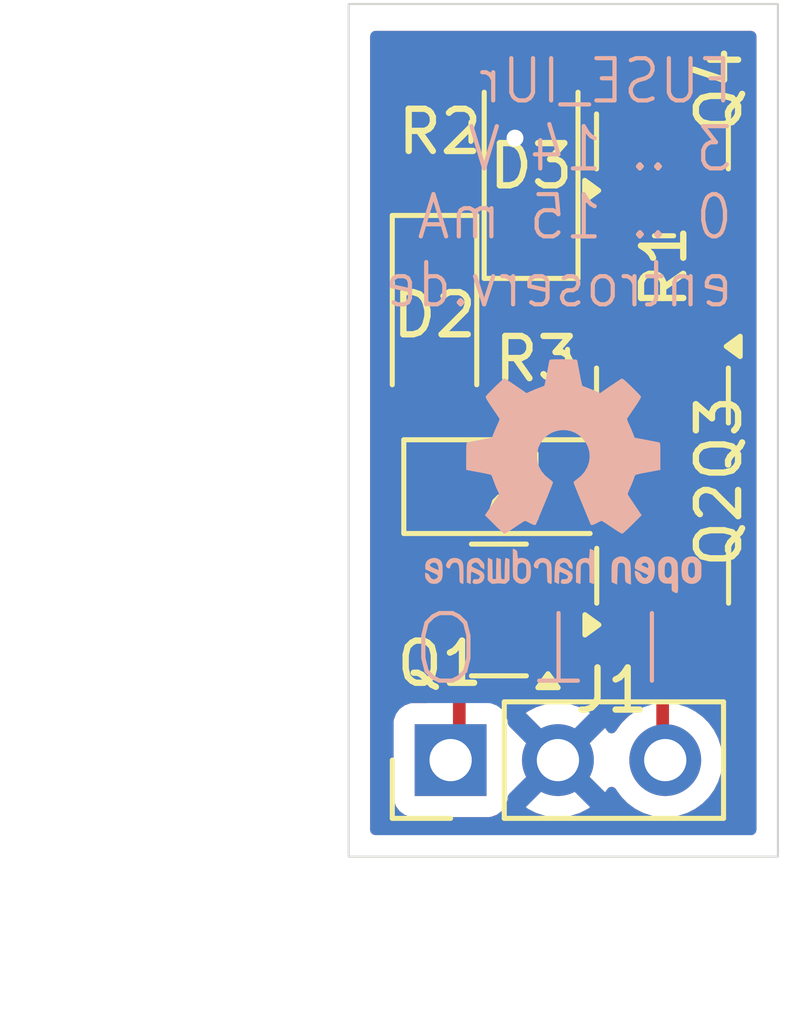
<source format=kicad_pcb>
(kicad_pcb (version 20241229) (generator "pcbnew") (generator_version "9.0")
  (layers (0 "F.Cu" signal) (2 "B.Cu" signal) (13 "F.Paste" user) (15 "B.Paste" user) (5 "F.SilkS" user "F.Silkscreen") (7 "B.SilkS" user "B.Silkscreen") (1 "F.Mask" user) (3 "B.Mask" user) (25 "Edge.Cuts" user))
  (net 0 "")
  (net 1 "Net-(D1-K)")
  (net 2 "Net-(D1-A)")
  (net 3 "Net-(D2-K)")
  (net 4 "Net-(D2-A)")
  (net 5 "Net-(J1-Pin_1)")
  (net 6 "Net-(J1-Pin_3)")
  (net 7 "Net-(Q2-S)")
  (net 8 "GND")
  (footprint "Resistor_SMD:R_0805_2012Metric" (layer "F.Cu") (at 125.857 75.5885 90)
    (property "Reference" "R3" (at 0 0 180) (layer "F.SilkS"))
    (property "Value" "10k")
    (fp_line (start -0.227064 -0.735) (end 0.227064 -0.735) (stroke (width 0.12)) (layer "F.SilkS"))
    (fp_line (start -0.227064 0.735) (end 0.227064 0.735) (stroke (width 0.12)) (layer "F.SilkS"))
    (pad "1" smd roundrect (at -0.9125 0 90) (size 1.025 1.4) (layers "F.Cu" "F.Mask" "F.Paste") (roundrect_rratio 0.243902) (net 1 "Net-(D1-K)"))
    (pad "2" smd roundrect (at 0.9125 0 90) (size 1.025 1.4) (layers "F.Cu" "F.Mask" "F.Paste") (roundrect_rratio 0.243902) (net 4 "Net-(D2-A)"))
  )
  (footprint "Resistor_SMD:R_0805_2012Metric" (layer "F.Cu") (at 123.571 70.2075 90)
    (property "Reference" "R2" (at 0 0 180) (layer "F.SilkS"))
    (property "Value" "10k")
    (fp_line (start -0.227064 -0.735) (end 0.227064 -0.735) (stroke (width 0.12)) (layer "F.SilkS"))
    (fp_line (start -0.227064 0.735) (end 0.227064 0.735) (stroke (width 0.12)) (layer "F.SilkS"))
    (pad "1" smd roundrect (at -0.9125 0 90) (size 1.025 1.4) (layers "F.Cu" "F.Mask" "F.Paste") (roundrect_rratio 0.243902) (net 2 "Net-(D1-A)"))
    (pad "2" smd roundrect (at 0.9125 0 90) (size 1.025 1.4) (layers "F.Cu" "F.Mask" "F.Paste") (roundrect_rratio 0.243902) (net 8 "GND"))
  )
  (footprint "Package_TO_SOT_SMD:SOT-23" (layer "F.Cu") (at 128.839 70.4365 90)
    (property "Reference" "Q4" (at 1.2215 1.336 90) (layer "F.SilkS"))
    (property "Value" "BC857")
    (fp_line (start 0 -1.56) (end 0.65 -1.56) (stroke (width 0.12)) (layer "F.SilkS"))
    (fp_line (start 0 -1.56) (end -0.65 -1.56) (stroke (width 0.12)) (layer "F.SilkS"))
    (fp_line (start 0 1.56) (end 0.65 1.56) (stroke (width 0.12)) (layer "F.SilkS"))
    (fp_line (start 0 1.56) (end -0.65 1.56) (stroke (width 0.12)) (layer "F.SilkS"))
    (fp_poly (pts (xy -1.1625 -1.51) (xy -1.4025 -1.84) (xy -0.9225 -1.84)) (stroke (width 0.12)) (fill yes) (layer "F.SilkS"))
    (pad "1" smd roundrect (at -0.9375 -0.95 90) (size 1.475 0.6) (layers "F.Cu" "F.Mask" "F.Paste") (net 4 "Net-(D2-A)"))
    (pad "2" smd roundrect (at -0.9375 0.95 90) (size 1.475 0.6) (layers "F.Cu" "F.Mask" "F.Paste") (net 7 "Net-(Q2-S)"))
    (pad "3" smd roundrect (at 0.9375 0 90) (size 1.475 0.6) (layers "F.Cu" "F.Mask" "F.Paste") (net 2 "Net-(D1-A)"))
  )
  (footprint "Diode_SMD:D_MiniMELF" (layer "F.Cu") (at 125.377 78.613)
    (property "Reference" "D1" (at 0 0 90) (layer "F.SilkS"))
    (property "Value" "BZV55B18")
    (fp_line (start -2.66 -1.11) (end -2.66 1.11) (stroke (width 0.12)) (layer "F.SilkS"))
    (fp_line (start -2.66 1.11) (end 1.75 1.11) (stroke (width 0.12)) (layer "F.SilkS"))
    (fp_line (start 1.75 -1.11) (end -2.66 -1.11) (stroke (width 0.12)) (layer "F.SilkS"))
    (pad "1" smd roundrect (at -1.75 0) (size 1.3 1.7) (layers "F.Cu" "F.Mask" "F.Paste") (roundrect_rratio 0.1923076923) (net 1 "Net-(D1-K)"))
    (pad "2" smd roundrect (at 1.75 0) (size 1.3 1.7) (layers "F.Cu" "F.Mask" "F.Paste") (roundrect_rratio 0.1923076923) (net 2 "Net-(D1-A)"))
  )
  (footprint "Diode_SMD:D_SOD-123" (layer "F.Cu") (at 123.444 74.55 -90)
    (property "Reference" "D2" (at 0 0 180) (layer "F.SilkS"))
    (property "Value" "1N4148W")
    (fp_line (start -2.36 1) (end 1.65 1) (stroke (width 0.12)) (layer "F.SilkS"))
    (fp_line (start -2.36 -1) (end -2.36 1) (stroke (width 0.12)) (layer "F.SilkS"))
    (fp_line (start -2.36 -1) (end 1.65 -1) (stroke (width 0.12)) (layer "F.SilkS"))
    (pad "1" smd roundrect (at -1.65 0 270) (size 0.9 1.2) (layers "F.Cu" "F.Mask" "F.Paste") (net 3 "Net-(D2-K)"))
    (pad "2" smd roundrect (at 1.65 0 270) (size 0.9 1.2) (layers "F.Cu" "F.Mask" "F.Paste") (net 4 "Net-(D2-A)"))
  )
  (footprint "Connector_PinHeader_2.54mm:PinHeader_1x03_P2.54mm_Vertical" (layer "F.Cu") (at 123.825 85.09 90)
    (property "Reference" "J1" (at 1.651 3.81 180) (layer "F.SilkS"))
    (property "Value" "Conn_01x03_Pin")
    (fp_line (start -1.38 -1.38) (end 0 -1.38) (stroke (width 0.12)) (layer "F.SilkS"))
    (fp_line (start -1.38 0) (end -1.38 -1.38) (stroke (width 0.12)) (layer "F.SilkS"))
    (fp_line (start 1.38 1.27) (end 1.38 6.46) (stroke (width 0.12)) (layer "F.SilkS"))
    (fp_line (start -1.38 1.27) (end 1.38 1.27) (stroke (width 0.12)) (layer "F.SilkS"))
    (fp_line (start -1.38 1.27) (end -1.38 6.46) (stroke (width 0.12)) (layer "F.SilkS"))
    (fp_line (start -1.38 6.46) (end 1.38 6.46) (stroke (width 0.12)) (layer "F.SilkS"))
    (pad "1" thru_hole rect (at 0 0 90) (size 1.7 1.7) (drill 1) (layers "*.Cu" "*.Mask") (net 5 "Net-(J1-Pin_1)"))
    (pad "2" thru_hole circle (at 0 2.54 90) (size 1.7 1.7) (drill 1) (layers "*.Cu" "*.Mask") (net 8 "GND"))
    (pad "3" thru_hole circle (at 0 5.08 90) (size 1.7 1.7) (drill 1) (layers "*.Cu" "*.Mask") (net 6 "Net-(J1-Pin_3)"))
  )
  (footprint "Package_TO_SOT_SMD:SOT-23" (layer "F.Cu") (at 124.968 81.534 180)
    (property "Reference" "Q1" (at 1.397 -1.27 0) (layer "F.SilkS"))
    (property "Value" "BSS138")
    (fp_line (start 0 1.56) (end 0.65 1.56) (stroke (width 0.12)) (layer "F.SilkS"))
    (fp_line (start 0 1.56) (end -0.65 1.56) (stroke (width 0.12)) (layer "F.SilkS"))
    (fp_line (start 0 -1.56) (end 0.65 -1.56) (stroke (width 0.12)) (layer "F.SilkS"))
    (fp_line (start 0 -1.56) (end -0.65 -1.56) (stroke (width 0.12)) (layer "F.SilkS"))
    (fp_poly (pts (xy -1.1625 -1.51) (xy -1.4025 -1.84) (xy -0.9225 -1.84)) (stroke (width 0.12)) (fill yes) (layer "F.SilkS"))
    (pad "1" smd roundrect (at -0.9375 -0.95 180) (size 1.475 0.6) (layers "F.Cu" "F.Mask" "F.Paste") (net 2 "Net-(D1-A)"))
    (pad "2" smd roundrect (at -0.9375 0.95 180) (size 1.475 0.6) (layers "F.Cu" "F.Mask" "F.Paste") (net 1 "Net-(D1-K)"))
    (pad "3" smd roundrect (at 0.9375 0 180) (size 1.475 0.6) (layers "F.Cu" "F.Mask" "F.Paste") (net 5 "Net-(J1-Pin_1)"))
  )
  (footprint "Package_TO_SOT_SMD:SOT-23" (layer "F.Cu") (at 128.839 76.454 -90)
    (property "Reference" "Q3" (at 1.016 -1.336 90) (layer "F.SilkS"))
    (property "Value" "BC857")
    (fp_line (start 0 1.56) (end -0.65 1.56) (stroke (width 0.12)) (layer "F.SilkS"))
    (fp_line (start 0 1.56) (end 0.65 1.56) (stroke (width 0.12)) (layer "F.SilkS"))
    (fp_line (start 0 -1.56) (end -0.65 -1.56) (stroke (width 0.12)) (layer "F.SilkS"))
    (fp_line (start 0 -1.56) (end 0.65 -1.56) (stroke (width 0.12)) (layer "F.SilkS"))
    (fp_poly (pts (xy -1.1625 -1.51) (xy -1.4025 -1.84) (xy -0.9225 -1.84)) (stroke (width 0.12)) (fill yes) (layer "F.SilkS"))
    (pad "1" smd roundrect (at -0.9375 -0.95 270) (size 1.475 0.6) (layers "F.Cu" "F.Mask" "F.Paste") (net 7 "Net-(Q2-S)"))
    (pad "2" smd roundrect (at -0.9375 0.95 270) (size 1.475 0.6) (layers "F.Cu" "F.Mask" "F.Paste") (net 1 "Net-(D1-K)"))
    (pad "3" smd roundrect (at 0.9375 0 270) (size 1.475 0.6) (layers "F.Cu" "F.Mask" "F.Paste") (net 2 "Net-(D1-A)"))
  )
  (footprint "Package_TO_SOT_SMD:SOT-23" (layer "F.Cu") (at 128.844 80.7235 90)
    (property "Reference" "Q2" (at 1.2215 1.331 90) (layer "F.SilkS"))
    (property "Value" "BSS138")
    (fp_line (start 0 -1.56) (end 0.65 -1.56) (stroke (width 0.12)) (layer "F.SilkS"))
    (fp_line (start 0 -1.56) (end -0.65 -1.56) (stroke (width 0.12)) (layer "F.SilkS"))
    (fp_line (start 0 1.56) (end 0.65 1.56) (stroke (width 0.12)) (layer "F.SilkS"))
    (fp_line (start 0 1.56) (end -0.65 1.56) (stroke (width 0.12)) (layer "F.SilkS"))
    (fp_poly (pts (xy -1.1625 -1.51) (xy -1.4025 -1.84) (xy -0.9225 -1.84)) (stroke (width 0.12)) (fill yes) (layer "F.SilkS"))
    (pad "1" smd roundrect (at -0.9375 -0.95 90) (size 1.475 0.6) (layers "F.Cu" "F.Mask" "F.Paste") (net 2 "Net-(D1-A)"))
    (pad "2" smd roundrect (at -0.9375 0.95 90) (size 1.475 0.6) (layers "F.Cu" "F.Mask" "F.Paste") (net 7 "Net-(Q2-S)"))
    (pad "3" smd roundrect (at 0.9375 0 90) (size 1.475 0.6) (layers "F.Cu" "F.Mask" "F.Paste") (net 6 "Net-(J1-Pin_3)"))
  )
  (footprint "Resistor_SMD:R_0805_2012Metric" (layer "F.Cu") (at 128.8765 73.406)
    (property "Reference" "R1" (at 0 0 90) (layer "F.SilkS"))
    (property "Value" "33")
    (fp_line (start -0.227064 -0.735) (end 0.227064 -0.735) (stroke (width 0.12)) (layer "F.SilkS"))
    (fp_line (start -0.227064 0.735) (end 0.227064 0.735) (stroke (width 0.12)) (layer "F.SilkS"))
    (pad "1" smd roundrect (at -0.9125 0) (size 1.025 1.4) (layers "F.Cu" "F.Mask" "F.Paste") (roundrect_rratio 0.243902) (net 1 "Net-(D1-K)"))
    (pad "2" smd roundrect (at 0.9125 0) (size 1.025 1.4) (layers "F.Cu" "F.Mask" "F.Paste") (roundrect_rratio 0.243902) (net 7 "Net-(Q2-S)"))
  )
  (footprint "Diode_SMD:D_MiniMELF" (layer "F.Cu") (at 125.73 71.021 90)
    (property "Reference" "D3" (at 0 0 180) (layer "F.SilkS"))
    (property "Value" "BZV55B15")
    (fp_line (start 1.75 -1.11) (end -2.66 -1.11) (stroke (width 0.12)) (layer "F.SilkS"))
    (fp_line (start -2.66 -1.11) (end -2.66 1.11) (stroke (width 0.12)) (layer "F.SilkS"))
    (fp_line (start -2.66 1.11) (end 1.75 1.11) (stroke (width 0.12)) (layer "F.SilkS"))
    (pad "1" smd roundrect (at -1.75 0 90) (size 1.3 1.7) (layers "F.Cu" "F.Mask" "F.Paste") (roundrect_rratio 0.1923076923) (net 3 "Net-(D2-K)"))
    (pad "2" smd roundrect (at 1.75 0 90) (size 1.3 1.7) (layers "F.Cu" "F.Mask" "F.Paste") (roundrect_rratio 0.1923076923) (net 8 "GND"))
  )
  (footprint "Symbol:OSHW-Logo2_7.3x6mm_SilkScreen" (layer "B.Cu") (at 126.492 78.359 180)
    (property "Reference" "REF**" (hide yes))
    (property "Value" "OSHW-Logo2_7.3x6mm_SilkScreen" (hide yes))
    (fp_poly (pts (xy 2.6526 -1.958752) (xy 2.669948 -1.966334) (xy 2.711356 -1.999128) (xy 2.746765 -2.046547) (xy 2.768664 -2.097151) (xy 2.772229 -2.122098) (xy 2.760279 -2.156927) (xy 2.734067 -2.175357) (xy 2.705964 -2.186516) (xy 2.693095 -2.188572) (xy 2.686829 -2.173649) (xy 2.674456 -2.141175) (xy 2.669028 -2.126502) (xy 2.63859 -2.075744) (xy 2.59452 -2.050427) (xy 2.53801 -2.051206) (xy 2.533825 -2.052203) (xy 2.503655 -2.066507) (xy 2.481476 -2.094393) (xy 2.466327 -2.139287) (xy 2.45725 -2.204615) (xy 2.453286 -2.293804) (xy 2.452914 -2.341261) (xy 2.45273 -2.416071) (xy 2.451522 -2.467069) (xy 2.448309 -2.499471) (xy 2.442109 -2.518495) (xy 2.43194 -2.529356) (xy 2.416819 -2.537272) (xy 2.415946 -2.53767) (xy 2.386828 -2.549981) (xy 2.372403 -2.554514) (xy 2.370186 -2.540809) (xy 2.368289 -2.502925) (xy 2.366847 -2.445715) (xy 2.365998 -2.374027) (xy 2.365829 -2.321565) (xy 2.366692 -2.220047) (xy 2.37007 -2.143032) (xy 2.377142 -2.086023) (xy 2.389088 -2.044526) (xy 2.40709 -2.014043) (xy 2.432327 -1.99008) (xy 2.457247 -1.973355) (xy 2.517171 -1.951097) (xy 2.586911 -1.946076) (xy 2.6526 -1.958752)) (stroke (width 0.01)) (fill yes) (layer "B.SilkS"))
    (fp_poly (pts (xy -1.283907 -1.92778) (xy -1.237328 -1.954723) (xy -1.204943 -1.981466) (xy -1.181258 -2.009484) (xy -1.164941 -2.043748) (xy -1.154661 -2.089227) (xy -1.149086 -2.150892) (xy -1.146884 -2.233711) (xy -1.146629 -2.293246) (xy -1.146629 -2.512391) (xy -1.208314 -2.540044) (xy -1.27 -2.567697) (xy -1.277257 -2.32767) (xy -1.280256 -2.238028) (xy -1.283402 -2.172962) (xy -1.287299 -2.128026) (xy -1.292553 -2.09877) (xy -1.299769 -2.080748) (xy -1.30955 -2.069511) (xy -1.312688 -2.067079) (xy -1.360239 -2.048083) (xy -1.408303 -2.0556) (xy -1.436914 -2.075543) (xy -1.448553 -2.089675) (xy -1.456609 -2.10822) (xy -1.461729 -2.136334) (xy -1.464559 -2.179173) (xy -1.465744 -2.241895) (xy -1.465943 -2.307261) (xy -1.465982 -2.389268) (xy -1.467386 -2.447316) (xy -1.472086 -2.486465) (xy -1.482013 -2.51178) (xy -1.499097 -2.528323) (xy -1.525268 -2.541156) (xy -1.560225 -2.554491) (xy -1.598404 -2.569007) (xy -1.593859 -2.311389) (xy -1.592029 -2.218519) (xy -1.589888 -2.149889) (xy -1.586819 -2.100711) (xy -1.582206 -2.066198) (xy -1.575432 -2.041562) (xy -1.565881 -2.022016) (xy -1.554366 -2.00477) (xy -1.49881 -1.94968) (xy -1.43102 -1.917822) (xy -1.357287 -1.910191) (xy -1.283907 -1.92778)) (stroke (width 0.01)) (fill yes) (layer "B.SilkS"))
    (fp_poly (pts (xy 0.529926 -1.949755) (xy 0.595858 -1.974084) (xy 0.649273 -2.017117) (xy 0.670164 -2.047409) (xy 0.692939 -2.102994) (xy 0.692466 -2.143186) (xy 0.668562 -2.170217) (xy 0.659717 -2.174813) (xy 0.62153 -2.189144) (xy 0.602028 -2.185472) (xy 0.595422 -2.161407) (xy 0.595086 -2.148114) (xy 0.582992 -2.09921) (xy 0.551471 -2.064999) (xy 0.507659 -2.048476) (xy 0.458695 -2.052634) (xy 0.418894 -2.074227) (xy 0.40545 -2.086544) (xy 0.395921 -2.101487) (xy 0.389485 -2.124075) (xy 0.385317 -2.159328) (xy 0.382597 -2.212266) (xy 0.380502 -2.287907) (xy 0.37996 -2.311857) (xy 0.377981 -2.39379) (xy 0.375731 -2.451455) (xy 0.372357 -2.489608) (xy 0.367006 -2.513004) (xy 0.358824 -2.526398) (xy 0.346959 -2.534545) (xy 0.339362 -2.538144) (xy 0.307102 -2.550452) (xy 0.288111 -2.554514) (xy 0.281836 -2.540948) (xy 0.278006 -2.499934) (xy 0.2766 -2.430999) (xy 0.277598 -2.333669) (xy 0.277908 -2.318657) (xy 0.280101 -2.229859) (xy 0.282693 -2.165019) (xy 0.286382 -2.119067) (xy 0.291864 -2.086935) (xy 0.299835 -2.063553) (xy 0.310993 -2.043852) (xy 0.31683 -2.03541) (xy 0.350296 -1.998057) (xy 0.387727 -1.969003) (xy 0.392309 -1.966467) (xy 0.459426 -1.946443) (xy 0.529926 -1.949755)) (stroke (width 0.01)) (fill yes) (layer "B.SilkS"))
    (fp_poly (pts (xy 1.779833 -1.958663) (xy 1.782048 -1.99685) (xy 1.783784 -2.054886) (xy 1.784899 -2.12818) (xy 1.785257 -2.205055) (xy 1.785257 -2.465196) (xy 1.739326 -2.511127) (xy 1.707675 -2.539429) (xy 1.67989 -2.550893) (xy 1.641915 -2.550168) (xy 1.62684 -2.548321) (xy 1.579726 -2.542948) (xy 1.540756 -2.539869) (xy 1.531257 -2.539585) (xy 1.499233 -2.541445) (xy 1.453432 -2.546114) (xy 1.435674 -2.548321) (xy 1.392057 -2.551735) (xy 1.362745 -2.54432) (xy 1.33368 -2.521427) (xy 1.323188 -2.511127) (xy 1.277257 -2.465196) (xy 1.277257 -1.978602) (xy 1.314226 -1.961758) (xy 1.346059 -1.949282) (xy 1.364683 -1.944914) (xy 1.369458 -1.958718) (xy 1.373921 -1.997286) (xy 1.377775 -2.056356) (xy 1.380722 -2.131663) (xy 1.382143 -2.195286) (xy 1.386114 -2.445657) (xy 1.420759 -2.450556) (xy 1.452268 -2.447131) (xy 1.467708 -2.436041) (xy 1.472023 -2.415308) (xy 1.475708 -2.371145) (xy 1.478469 -2.309146) (xy 1.480012 -2.234909) (xy 1.480235 -2.196706) (xy 1.480457 -1.976783) (xy 1.526166 -1.960849) (xy 1.558518 -1.950015) (xy 1.576115 -1.944962) (xy 1.576623 -1.944914) (xy 1.578388 -1.958648) (xy 1.580329 -1.99673) (xy 1.582282 -2.054482) (xy 1.584084 -2.127227) (xy 1.585343 -2.195286) (xy 1.589314 -2.445657) (xy 1.6764 -2.445657) (xy 1.680396 -2.21724) (xy 1.684392 -1.988822) (xy 1.726847 -1.966868) (xy 1.758192 -1.951793) (xy 1.776744 -1.944951) (xy 1.777279 -1.944914) (xy 1.779833 -1.958663)) (stroke (width 0.01)) (fill yes) (layer "B.SilkS"))
    (fp_poly (pts (xy -0.624114 -1.851289) (xy -0.619861 -1.910613) (xy -0.614975 -1.945572) (xy -0.608205 -1.96082) (xy -0.598298 -1.961015) (xy -0.595086 -1.959195) (xy -0.552356 -1.946015) (xy -0.496773 -1.946785) (xy -0.440263 -1.960333) (xy -0.404918 -1.977861) (xy -0.368679 -2.005861) (xy -0.342187 -2.037549) (xy -0.324001 -2.077813) (xy -0.312678 -2.131543) (xy -0.306778 -2.203626) (xy -0.304857 -2.298951) (xy -0.304823 -2.317237) (xy -0.3048 -2.522646) (xy -0.350509 -2.53858) (xy -0.382973 -2.54942) (xy -0.400785 -2.554468) (xy -0.401309 -2.554514) (xy -0.403063 -2.540828) (xy -0.404556 -2.503076) (xy -0.405674 -2.446224) (xy -0.406303 -2.375234) (xy -0.4064 -2.332073) (xy -0.406602 -2.246973) (xy -0.407642 -2.185981) (xy -0.410169 -2.144177) (xy -0.414836 -2.116642) (xy -0.422293 -2.098456) (xy -0.433189 -2.084698) (xy -0.439993 -2.078073) (xy -0.486728 -2.051375) (xy -0.537728 -2.049375) (xy -0.583999 -2.071955) (xy -0.592556 -2.080107) (xy -0.605107 -2.095436) (xy -0.613812 -2.113618) (xy -0.619369 -2.139909) (xy -0.622474 -2.179562) (xy -0.623824 -2.237832) (xy -0.624114 -2.318173) (xy -0.624114 -2.522646) (xy -0.669823 -2.53858) (xy -0.702287 -2.54942) (xy -0.720099 -2.554468) (xy -0.720623 -2.554514) (xy -0.721963 -2.540623) (xy -0.723172 -2.501439) (xy -0.724199 -2.4407) (xy -0.724998 -2.362141) (xy -0.725519 -2.269498) (xy -0.725714 -2.166509) (xy -0.725714 -1.769342) (xy -0.678543 -1.749444) (xy -0.631371 -1.729547) (xy -0.624114 -1.851289)) (stroke (width 0.01)) (fill yes) (layer "B.SilkS"))
    (fp_poly (pts (xy -2.958885 -1.921962) (xy -2.890855 -1.957733) (xy -2.840649 -2.015301) (xy -2.822815 -2.052312) (xy -2.808937 -2.107882) (xy -2.801833 -2.178096) (xy -2.80116 -2.254727) (xy -2.806573 -2.329552) (xy -2.81773 -2.394342) (xy -2.834286 -2.440873) (xy -2.839374 -2.448887) (xy -2.899645 -2.508707) (xy -2.971231 -2.544535) (xy -3.048908 -2.55502) (xy -3.127452 -2.53881) (xy -3.149311 -2.529092) (xy -3.191878 -2.499143) (xy -3.229237 -2.459433) (xy -3.232768 -2.454397) (xy -3.247119 -2.430124) (xy -3.256606 -2.404178) (xy -3.26221 -2.370022) (xy -3.264914 -2.321119) (xy -3.265701 -2.250935) (xy -3.265714 -2.2352) (xy -3.265678 -2.230192) (xy -3.120571 -2.230192) (xy -3.119727 -2.29643) (xy -3.116404 -2.340386) (xy -3.109417 -2.368779) (xy -3.097584 -2.388325) (xy -3.091543 -2.394857) (xy -3.056814 -2.41968) (xy -3.023097 -2.418548) (xy -2.989005 -2.397016) (xy -2.968671 -2.374029) (xy -2.956629 -2.340478) (xy -2.949866 -2.287569) (xy -2.949402 -2.281399) (xy -2.948248 -2.185513) (xy -2.960312 -2.114299) (xy -2.98543 -2.068194) (xy -3.02344 -2.047635) (xy -3.037008 -2.046514) (xy -3.072636 -2.052152) (xy -3.097006 -2.071686) (xy -3.111907 -2.109042) (xy -3.119125 -2.16815) (xy -3.120571 -2.230192) (xy -3.265678 -2.230192) (xy -3.265174 -2.160413) (xy -3.262904 -2.108159) (xy -3.257932 -2.071949) (xy -3.249287 -2.045299) (xy -3.235995 -2.021722) (xy -3.233057 -2.017338) (xy -3.183687 -1.958249) (xy -3.129891 -1.923947) (xy -3.064398 -1.910331) (xy -3.042158 -1.909665) (xy -2.958885 -1.921962)) (stroke (width 0.01)) (fill yes) (layer "B.SilkS"))
    (fp_poly (pts (xy 3.153595 -1.966966) (xy 3.211021 -2.004497) (xy 3.238719 -2.038096) (xy 3.260662 -2.099064) (xy 3.262405 -2.147308) (xy 3.258457 -2.211816) (xy 3.109686 -2.276934) (xy 3.037349 -2.310202) (xy 2.990084 -2.336964) (xy 2.965507 -2.360144) (xy 2.961237 -2.382667) (xy 2.974889 -2.407455) (xy 2.989943 -2.423886) (xy 3.033746 -2.450235) (xy 3.081389 -2.452081) (xy 3.125145 -2.431546) (xy 3.157289 -2.390752) (xy 3.163038 -2.376347) (xy 3.190576 -2.331356) (xy 3.222258 -2.312182) (xy 3.265714 -2.295779) (xy 3.265714 -2.357966) (xy 3.261872 -2.400283) (xy 3.246823 -2.435969) (xy 3.21528 -2.476943) (xy 3.210592 -2.482267) (xy 3.175506 -2.51872) (xy 3.145347 -2.538283) (xy 3.107615 -2.547283) (xy 3.076335 -2.55023) (xy 3.020385 -2.550965) (xy 2.980555 -2.54166) (xy 2.955708 -2.527846) (xy 2.916656 -2.497467) (xy 2.889625 -2.464613) (xy 2.872517 -2.423294) (xy 2.863238 -2.367521) (xy 2.859693 -2.291305) (xy 2.85941 -2.252622) (xy 2.860372 -2.206247) (xy 2.948007 -2.206247) (xy 2.949023 -2.231126) (xy 2.951556 -2.2352) (xy 2.968274 -2.229665) (xy 3.004249 -2.215017) (xy 3.052331 -2.19419) (xy 3.062386 -2.189714) (xy 3.123152 -2.158814) (xy 3.156632 -2.131657) (xy 3.16399 -2.10622) (xy 3.146391 -2.080481) (xy 3.131856 -2.069109) (xy 3.07941 -2.046364) (xy 3.030322 -2.050122) (xy 2.989227 -2.077884) (xy 2.960758 -2.127152) (xy 2.951631 -2.166257) (xy 2.948007 -2.206247) (xy 2.860372 -2.206247) (xy 2.861285 -2.162249) (xy 2.868196 -2.095384) (xy 2.881884 -2.046695) (xy 2.904096 -2.010849) (xy 2.936574 -1.982513) (xy 2.950733 -1.973355) (xy 3.015053 -1.949507) (xy 3.085473 -1.948006) (xy 3.153595 -1.966966)) (stroke (width 0.01)) (fill yes) (layer "B.SilkS"))
    (fp_poly (pts (xy 1.190117 -2.065358) (xy 1.189933 -2.173837) (xy 1.189219 -2.257287) (xy 1.187675 -2.319704) (xy 1.185001 -2.365085) (xy 1.180894 -2.397429) (xy 1.175055 -2.420733) (xy 1.167182 -2.438995) (xy 1.161221 -2.449418) (xy 1.111855 -2.505945) (xy 1.049264 -2.541377) (xy 0.980013 -2.55409) (xy 0.910668 -2.542463) (xy 0.869375 -2.521568) (xy 0.826025 -2.485422) (xy 0.796481 -2.441276) (xy 0.778655 -2.383462) (xy 0.770463 -2.306313) (xy 0.769302 -2.249714) (xy 0.769458 -2.245647) (xy 0.870857 -2.245647) (xy 0.871476 -2.31055) (xy 0.874314 -2.353514) (xy 0.88084 -2.381622) (xy 0.892523 -2.401953) (xy 0.906483 -2.417288) (xy 0.953365 -2.44689) (xy 1.003701 -2.449419) (xy 1.051276 -2.424705) (xy 1.054979 -2.421356) (xy 1.070783 -2.403935) (xy 1.080693 -2.383209) (xy 1.086058 -2.352362) (xy 1.088228 -2.304577) (xy 1.088571 -2.251748) (xy 1.087827 -2.185381) (xy 1.084748 -2.141106) (xy 1.078061 -2.112009) (xy 1.066496 -2.091173) (xy 1.057013 -2.080107) (xy 1.01296 -2.052198) (xy 0.962224 -2.048843) (xy 0.913796 -2.070159) (xy 0.90445 -2.078073) (xy 0.88854 -2.095647) (xy 0.87861 -2.116587) (xy 0.873278 -2.147782) (xy 0.871163 -2.196122) (xy 0.870857 -2.245647) (xy 0.769458 -2.245647) (xy 0.77281 -2.158568) (xy 0.784726 -2.090086) (xy 0.807135 -2.0386) (xy 0.842124 -1.998443) (xy 0.869375 -1.977861) (xy 0.918907 -1.955625) (xy 0.976316 -1.945304) (xy 1.029682 -1.948067) (xy 1.059543 -1.959212) (xy 1.071261 -1.962383) (xy 1.079037 -1.950557) (xy 1.084465 -1.918866) (xy 1.088571 -1.870593) (xy 1.093067 -1.816829) (xy 1.099313 -1.784482) (xy 1.110676 -1.765985) (xy 1.130528 -1.75377) (xy 1.143 -1.748362) (xy 1.190171 -1.728601) (xy 1.190117 -2.065358)) (stroke (width 0.01)) (fill yes) (layer "B.SilkS"))
    (fp_poly (pts (xy -1.831697 -1.931239) (xy -1.774473 -1.969735) (xy -1.730251 -2.025335) (xy -1.703833 -2.096086) (xy -1.69849 -2.148162) (xy -1.699097 -2.169893) (xy -1.704178 -2.186531) (xy -1.718145 -2.201437) (xy -1.745411 -2.217973) (xy -1.790388 -2.239498) (xy -1.857489 -2.269374) (xy -1.857829 -2.269524) (xy -1.919593 -2.297813) (xy -1.970241 -2.322933) (xy -2.004596 -2.342179) (xy -2.017482 -2.352848) (xy -2.017486 -2.352934) (xy -2.006128 -2.376166) (xy -1.979569 -2.401774) (xy -1.949077 -2.420221) (xy -1.93363 -2.423886) (xy -1.891485 -2.411212) (xy -1.855192 -2.379471) (xy -1.837483 -2.344572) (xy -1.820448 -2.318845) (xy -1.787078 -2.289546) (xy -1.747851 -2.264235) (xy -1.713244 -2.250471) (xy -1.706007 -2.249714) (xy -1.697861 -2.26216) (xy -1.69737 -2.293972) (xy -1.703357 -2.336866) (xy -1.714643 -2.382558) (xy -1.73005 -2.422761) (xy -1.730829 -2.424322) (xy -1.777196 -2.489062) (xy -1.837289 -2.533097) (xy -1.905535 -2.554711) (xy -1.976362 -2.552185) (xy -2.044196 -2.523804) (xy -2.047212 -2.521808) (xy -2.100573 -2.473448) (xy -2.13566 -2.410352) (xy -2.155078 -2.327387) (xy -2.157684 -2.304078) (xy -2.162299 -2.194055) (xy -2.156767 -2.142748) (xy -2.017486 -2.142748) (xy -2.015676 -2.174753) (xy -2.005778 -2.184093) (xy -1.981102 -2.177105) (xy -1.942205 -2.160587) (xy -1.898725 -2.139881) (xy -1.897644 -2.139333) (xy -1.860791 -2.119949) (xy -1.846 -2.107013) (xy -1.849647 -2.093451) (xy -1.865005 -2.075632) (xy -1.904077 -2.049845) (xy -1.946154 -2.04795) (xy -1.983897 -2.066717) (xy -2.009966 -2.102915) (xy -2.017486 -2.142748) (xy -2.156767 -2.142748) (xy -2.152806 -2.106027) (xy -2.12845 -2.036212) (xy -2.094544 -1.987302) (xy -2.033347 -1.937878) (xy -1.965937 -1.913359) (xy -1.89712 -1.911797) (xy -1.831697 -1.931239)) (stroke (width 0.01)) (fill yes) (layer "B.SilkS"))
    (fp_poly (pts (xy 0.039744 -1.950968) (xy 0.096616 -1.972087) (xy 0.097267 -1.972493) (xy 0.13244 -1.99838) (xy 0.158407 -2.028633) (xy 0.17667 -2.068058) (xy 0.188732 -2.121462) (xy 0.196096 -2.193651) (xy 0.200264 -2.289432) (xy 0.200629 -2.303078) (xy 0.205876 -2.508842) (xy 0.161716 -2.531678) (xy 0.129763 -2.54711) (xy 0.11047 -2.554423) (xy 0.109578 -2.554514) (xy 0.106239 -2.541022) (xy 0.103587 -2.504626) (xy 0.101956 -2.451452) (xy 0.1016 -2.408393) (xy 0.101592 -2.338641) (xy 0.098403 -2.294837) (xy 0.087288 -2.273944) (xy 0.063501 -2.272925) (xy 0.022296 -2.288741) (xy -0.039914 -2.317815) (xy -0.085659 -2.341963) (xy -0.109187 -2.362913) (xy -0.116104 -2.385747) (xy -0.116114 -2.386877) (xy -0.104701 -2.426212) (xy -0.070908 -2.447462) (xy -0.019191 -2.450539) (xy 0.018061 -2.450006) (xy 0.037703 -2.460735) (xy 0.049952 -2.486505) (xy 0.057002 -2.519337) (xy 0.046842 -2.537966) (xy 0.043017 -2.540632) (xy 0.007001 -2.55134) (xy -0.043434 -2.552856) (xy -0.095374 -2.545759) (xy -0.132178 -2.532788) (xy -0.183062 -2.489585) (xy -0.211986 -2.429446) (xy -0.217714 -2.382462) (xy -0.213343 -2.340082) (xy -0.197525 -2.305488) (xy -0.166203 -2.274763) (xy -0.115322 -2.24399) (xy -0.040824 -2.209252) (xy -0.036286 -2.207288) (xy 0.030821 -2.176287) (xy 0.072232 -2.150862) (xy 0.089981 -2.128014) (xy 0.086107 -2.104745) (xy 0.062643 -2.078056) (xy 0.055627 -2.071914) (xy 0.00863 -2.0481) (xy -0.040067 -2.049103) (xy -0.082478 -2.072451) (xy -0.110616 -2.115675) (xy -0.113231 -2.12416) (xy -0.138692 -2.165308) (xy -0.170999 -2.185128) (xy -0.217714 -2.20477) (xy -0.217714 -2.15395) (xy -0.203504 -2.080082) (xy -0.161325 -2.012327) (xy -0.139376 -1.989661) (xy -0.089483 -1.960569) (xy -0.026033 -1.9474) (xy 0.039744 -1.950968)) (stroke (width 0.01)) (fill yes) (layer "B.SilkS"))
    (fp_poly (pts (xy 2.144876 -1.956335) (xy 2.186667 -1.975344) (xy 2.219469 -1.998378) (xy 2.243503 -2.024133) (xy 2.260097 -2.057358) (xy 2.270577 -2.1028) (xy 2.276271 -2.165207) (xy 2.278507 -2.249327) (xy 2.278743 -2.304721) (xy 2.278743 -2.520826) (xy 2.241774 -2.53767) (xy 2.212656 -2.549981) (xy 2.198231 -2.554514) (xy 2.195472 -2.541025) (xy 2.193282 -2.504653) (xy 2.191942 -2.451542) (xy 2.191657 -2.409372) (xy 2.190434 -2.348447) (xy 2.187136 -2.300115) (xy 2.182321 -2.270518) (xy 2.178496 -2.264229) (xy 2.152783 -2.270652) (xy 2.112418 -2.287125) (xy 2.065679 -2.309458) (xy 2.020845 -2.333457) (xy 1.986193 -2.35493) (xy 1.970002 -2.369685) (xy 1.969938 -2.369845) (xy 1.97133 -2.397152) (xy 1.983818 -2.423219) (xy 2.005743 -2.444392) (xy 2.037743 -2.451474) (xy 2.065092 -2.450649) (xy 2.103826 -2.450042) (xy 2.124158 -2.459116) (xy 2.136369 -2.483092) (xy 2.137909 -2.487613) (xy 2.143203 -2.521806) (xy 2.129047 -2.542568) (xy 2.092148 -2.552462) (xy 2.052289 -2.554292) (xy 1.980562 -2.540727) (xy 1.943432 -2.521355) (xy 1.897576 -2.475845) (xy 1.873256 -2.419983) (xy 1.871073 -2.360957) (xy 1.891629 -2.305953) (xy 1.922549 -2.271486) (xy 1.95342 -2.252189) (xy 2.001942 -2.227759) (xy 2.058485 -2.202985) (xy 2.06791 -2.199199) (xy 2.130019 -2.171791) (xy 2.165822 -2.147634) (xy 2.177337 -2.123619) (xy 2.16658 -2.096635) (xy 2.148114 -2.075543) (xy 2.104469 -2.049572) (xy 2.056446 -2.047624) (xy 2.012406 -2.067637) (xy 1.980709 -2.107551) (xy 1.976549 -2.117848) (xy 1.952327 -2.155724) (xy 1.916965 -2.183842) (xy 1.872343 -2.206917) (xy 1.872343 -2.141485) (xy 1.874969 -2.101506) (xy 1.88623 -2.069997) (xy 1.911199 -2.036378) (xy 1.935169 -2.010484) (xy 1.972441 -1.973817) (xy 2.001401 -1.954121) (xy 2.032505 -1.94622) (xy 2.067713 -1.944914) (xy 2.144876 -1.956335)) (stroke (width 0.01)) (fill yes) (layer "B.SilkS"))
    (fp_poly (pts (xy -2.400256 -1.919918) (xy -2.344799 -1.947568) (xy -2.295852 -1.99848) (xy -2.282371 -2.017338) (xy -2.267686 -2.042015) (xy -2.258158 -2.068816) (xy -2.252707 -2.104587) (xy -2.250253 -2.156169) (xy -2.249714 -2.224267) (xy -2.252148 -2.317588) (xy -2.260606 -2.387657) (xy -2.276826 -2.439931) (xy -2.302546 -2.479869) (xy -2.339503 -2.512929) (xy -2.342218 -2.514886) (xy -2.37864 -2.534908) (xy -2.422498 -2.544815) (xy -2.478276 -2.547257) (xy -2.568952 -2.547257) (xy -2.56899 -2.635283) (xy -2.569834 -2.684308) (xy -2.574976 -2.713065) (xy -2.588413 -2.730311) (xy -2.614142 -2.744808) (xy -2.620321 -2.747769) (xy -2.649236 -2.761648) (xy -2.671624 -2.770414) (xy -2.688271 -2.771171) (xy -2.699964 -2.761023) (xy -2.70749 -2.737073) (xy -2.711634 -2.696426) (xy -2.713185 -2.636186) (xy -2.712929 -2.553455) (xy -2.711651 -2.445339) (xy -2.711252 -2.413) (xy -2.709815 -2.301524) (xy -2.708528 -2.228603) (xy -2.569029 -2.228603) (xy -2.568245 -2.290499) (xy -2.56476 -2.330997) (xy -2.556876 -2.357708) (xy -2.542895 -2.378244) (xy -2.533403 -2.38826) (xy -2.494596 -2.417567) (xy -2.460237 -2.419952) (xy -2.424784 -2.39575) (xy -2.423886 -2.394857) (xy -2.409461 -2.376153) (xy -2.400687 -2.350732) (xy -2.396261 -2.311584) (xy -2.394882 -2.251697) (xy -2.394857 -2.23843) (xy -2.398188 -2.155901) (xy -2.409031 -2.098691) (xy -2.42866 -2.063766) (xy -2.45835 -2.048094) (xy -2.475509 -2.046514) (xy -2.516234 -2.053926) (xy -2.544168 -2.07833) (xy -2.560983 -2.12298) (xy -2.56835 -2.19113) (xy -2.569029 -2.228603) (xy -2.708528 -2.228603) (xy -2.708292 -2.215245) (xy -2.706323 -2.150333) (xy -2.70355 -2.102958) (xy -2.699612 -2.06929) (xy -2.694151 -2.045498) (xy -2.686808 -2.027753) (xy -2.677223 -2.012224) (xy -2.673113 -2.006381) (xy -2.618595 -1.951185) (xy -2.549664 -1.91989) (xy -2.469928 -1.911165) (xy -2.400256 -1.919918)) (stroke (width 0.01)) (fill yes) (layer "B.SilkS"))
    (fp_poly (pts (xy 0.10391 2.757652) (xy 0.182454 2.757222) (xy 0.239298 2.756058) (xy 0.278105 2.753793) (xy 0.302538 2.75006) (xy 0.316262 2.744494) (xy 0.32294 2.736727) (xy 0.326236 2.726395) (xy 0.326556 2.725057) (xy 0.331562 2.700921) (xy 0.340829 2.653299) (xy 0.353392 2.587259) (xy 0.368287 2.507872) (xy 0.384551 2.420204) (xy 0.385119 2.417125) (xy 0.40141 2.331211) (xy 0.416652 2.255304) (xy 0.429861 2.193955) (xy 0.440054 2.151718) (xy 0.446248 2.133145) (xy 0.446543 2.132816) (xy 0.464788 2.123747) (xy 0.502405 2.108633) (xy 0.551271 2.090738) (xy 0.551543 2.090642) (xy 0.613093 2.067507) (xy 0.685657 2.038035) (xy 0.754057 2.008403) (xy 0.757294 2.006938) (xy 0.868702 1.956374) (xy 1.115399 2.12484) (xy 1.191077 2.176197) (xy 1.259631 2.222111) (xy 1.317088 2.25997) (xy 1.359476 2.287163) (xy 1.382825 2.301079) (xy 1.385042 2.302111) (xy 1.40201 2.297516) (xy 1.433701 2.275345) (xy 1.481352 2.234553) (xy 1.546198 2.174095) (xy 1.612397 2.109773) (xy 1.676214 2.046388) (xy 1.733329 1.988549) (xy 1.780305 1.939825) (xy 1.813703 1.90379) (xy 1.830085 1.884016) (xy 1.830694 1.882998) (xy 1.832505 1.869428) (xy 1.825683 1.847267) (xy 1.80854 1.813522) (xy 1.779393 1.7652) (xy 1.736555 1.699308) (xy 1.679448 1.614483) (xy 1.628766 1.539823) (xy 1.583461 1.47286) (xy 1.54615 1.417484) (xy 1.519452 1.37758) (xy 1.505985 1.357038) (xy 1.505137 1.355644) (xy 1.506781 1.335962) (xy 1.519245 1.297707) (xy 1.540048 1.248111) (xy 1.547462 1.232272) (xy 1.579814 1.16171) (xy 1.614328 1.081647) (xy 1.642365 1.012371) (xy 1.662568 0.960955) (xy 1.678615 0.921881) (xy 1.687888 0.901459) (xy 1.689041 0.899886) (xy 1.706096 0.897279) (xy 1.746298 0.890137) (xy 1.804302 0.879477) (xy 1.874763 0.866315) (xy 1.952335 0.851667) (xy 2.031672 0.836551) (xy 2.107431 0.821982) (xy 2.174264 0.808978) (xy 2.226828 0.798555) (xy 2.259776 0.79173) (xy 2.267857 0.789801) (xy 2.276205 0.785038) (xy 2.282506 0.774282) (xy 2.287045 0.753902) (xy 2.290104 0.720266) (xy 2.291967 0.669745) (xy 2.292918 0.598708) (xy 2.29324 0.503524) (xy 2.293257 0.464508) (xy 2.293257 0.147201) (xy 2.217057 0.132161) (xy 2.174663 0.124005) (xy 2.1114 0.112101) (xy 2.034962 0.097884) (xy 1.953043 0.08279) (xy 1.9304 0.078645) (xy 1.854806 0.063947) (xy 1.788953 0.049495) (xy 1.738366 0.036625) (xy 1.708574 0.026678) (xy 1.703612 0.023713) (xy 1.691426 0.002717) (xy 1.673953 -0.037967) (xy 1.654577 -0.090322) (xy 1.650734 -0.1016) (xy 1.625339 -0.171523) (xy 1.593817 -0.250418) (xy 1.562969 -0.321266) (xy 1.562817 -0.321595) (xy 1.511447 -0.432733) (xy 1.680399 -0.681253) (xy 1.849352 -0.929772) (xy 1.632429 -1.147058) (xy 1.566819 -1.211726) (xy 1.506979 -1.268733) (xy 1.456267 -1.315033) (xy 1.418046 -1.347584) (xy 1.395675 -1.363343) (xy 1.392466 -1.364343) (xy 1.373626 -1.356469) (xy 1.33518 -1.334578) (xy 1.28133 -1.301267) (xy 1.216276 -1.259131) (xy 1.14594 -1.211943) (xy 1.074555 -1.16381) (xy 1.010908 -1.121928) (xy 0.959041 -1.088871) (xy 0.922995 -1.067218) (xy 0.906867 -1.059543) (xy 0.887189 -1.066037) (xy 0.849875 -1.08315) (xy 0.802621 -1.107326) (xy 0.797612 -1.110013) (xy 0.733977 -1.141927) (xy 0.690341 -1.157579) (xy 0.663202 -1.157745) (xy 0.649057 -1.143204) (xy 0.648975 -1.143) (xy 0.641905 -1.125779) (xy 0.625042 -1.084899) (xy 0.599695 -1.023525) (xy 0.567171 -0.944819) (xy 0.528778 -0.851947) (xy 0.485822 -0.748072) (xy 0.444222 -0.647502) (xy 0.398504 -0.536516) (xy 0.356526 -0.433703) (xy 0.319548 -0.342215) (xy 0.288827 -0.265201) (xy 0.265622 -0.205815) (xy 0.25119 -0.167209) (xy 0.246743 -0.1528) (xy 0.257896 -0.136272) (xy 0.287069 -0.10993) (xy 0.325971 -0.080887) (xy 0.436757 0.010961) (xy 0.523351 0.116241) (xy 0.584716 0.232734) (xy 0.619815 0.358224) (xy 0.627608 0.490493) (xy 0.621943 0.551543) (xy 0.591078 0.678205) (xy 0.53792 0.790059) (xy 0.465767 0.885999) (xy 0.377917 0.964924) (xy 0.277665 1.02573) (xy 0.16831 1.067313) (xy 0.053147 1.088572) (xy -0.064525 1.088401) (xy -0.18141 1.065699) (xy -0.294211 1.019362) (xy -0.399631 0.948287) (xy -0.443632 0.908089) (xy -0.528021 0.804871) (xy -0.586778 0.692075) (xy -0.620296 0.57299) (xy -0.628965 0.450905) (xy -0.613177 0.329107) (xy -0.573322 0.210884) (xy -0.509793 0.099525) (xy -0.422979 -0.001684) (xy -0.325971 -0.080887) (xy -0.285563 -0.111162) (xy -0.257018 -0.137219) (xy -0.246743 -0.152825) (xy -0.252123 -0.169843) (xy -0.267425 -0.2105) (xy -0.291388 -0.271642) (xy -0.322756 -0.350119) (xy -0.360268 -0.44278) (xy -0.402667 -0.546472) (xy -0.444337 -0.647526) (xy -0.49031 -0.758607) (xy -0.532893 -0.861541) (xy -0.570779 -0.953165) (xy -0.60266 -1.030316) (xy -0.627229 -1.089831) (xy -0.64318 -1.128544) (xy -0.64909 -1.143) (xy -0.663052 -1.157685) (xy -0.69006 -1.157642) (xy -0.733587 -1.142099) (xy -0.79711 -1.110284) (xy -0.797612 -1.110013) (xy -0.84544 -1.085323) (xy -0.884103 -1.067338) (xy -0.905905 -1.059614) (xy -0.906867 -1.059543) (xy -0.923279 -1.067378) (xy -0.959513 -1.089165) (xy -1.011526 -1.122328) (xy -1.075275 -1.164291) (xy -1.14594 -1.211943) (xy -1.217884 -1.260191) (xy -1.282726 -1.302151) (xy -1.336265 -1.335227) (xy -1.374303 -1.356821) (xy -1.392467 -1.364343) (xy -1.409192 -1.354457) (xy -1.44282 -1.326826) (xy -1.48999 -1.284495) (xy -1.547342 -1.230505) (xy -1.611516 -1.167899) (xy -1.632503 -1.146983) (xy -1.849501 -0.929623) (xy -1.684332 -0.68722) (xy -1.634136 -0.612781) (xy -1.590081 -0.545972) (xy -1.554638 -0.490665) (xy -1.530281 -0.450729) (xy -1.519478 -0.430036) (xy -1.519162 -0.428563) (xy -1.524857 -0.409058) (xy -1.540174 -0.369822) (xy -1.562463 -0.31743) (xy -1.578107 -0.282355) (xy -1.607359 -0.215201) (xy -1.634906 -0.147358) (xy -1.656263 -0.090034) (xy -1.662065 -0.072572) (xy -1.678548 -0.025938) (xy -1.69466 0.010095) (xy -1.70351 0.023713) (xy -1.72304 0.032048) (xy -1.765666 0.043863) (xy -1.825855 0.057819) (xy -1.898078 0.072578) (xy -1.9304 0.078645) (xy -2.012478 0.093727) (xy -2.091205 0.108331) (xy -2.158891 0.12102) (xy -2.20784 0.130358) (xy -2.217057 0.132161) (xy -2.293257 0.147201) (xy -2.293257 0.464508) (xy -2.293086 0.568846) (xy -2.292384 0.647787) (xy -2.290866 0.704962) (xy -2.288251 0.744001) (xy -2.284254 0.768535) (xy -2.278591 0.782195) (xy -2.27098 0.788611) (xy -2.267857 0.789801) (xy -2.249022 0.79402) (xy -2.207412 0.802438) (xy -2.14837 0.814039) (xy -2.077243 0.827805) (xy -1.999375 0.84272) (xy -1.920113 0.857768) (xy -1.844802 0.871931) (xy -1.778787 0.884194) (xy -1.727413 0.893539) (xy -1.696025 0.89895) (xy -1.689041 0.899886) (xy -1.682715 0.912404) (xy -1.66871 0.945754) (xy -1.649645 0.993623) (xy -1.642366 1.012371) (xy -1.613004 1.084805) (xy -1.578429 1.16483) (xy -1.547463 1.232272) (xy -1.524677 1.283841) (xy -1.509518 1.326215) (xy -1.504458 1.352166) (xy -1.505264 1.355644) (xy -1.515959 1.372064) (xy -1.54038 1.408583) (xy -1.575905 1.461313) (xy -1.619913 1.526365) (xy -1.669783 1.599849) (xy -1.679644 1.614355) (xy -1.737508 1.700296) (xy -1.780044 1.765739) (xy -1.808946 1.813696) (xy -1.82591 1.84718) (xy -1.832633 1.869205) (xy -1.83081 1.882783) (xy -1.830764 1.882869) (xy -1.816414 1.900703) (xy -1.784677 1.935183) (xy -1.73899 1.982732) (xy -1.682796 2.039778) (xy -1.619532 2.102745) (xy -1.612398 2.109773) (xy -1.53267 2.18698) (xy -1.471143 2.24367) (xy -1.426579 2.28089) (xy -1.397743 2.299685) (xy -1.385042 2.302111) (xy -1.366506 2.291529) (xy -1.328039 2.267084) (xy -1.273614 2.231388) (xy -1.207202 2.187053) (xy -1.132775 2.136689) (xy -1.115399 2.12484) (xy -0.868703 1.956374) (xy -0.757294 2.006938) (xy -0.689543 2.036405) (xy -0.616817 2.066041) (xy -0.554297 2.08967) (xy -0.551543 2.090642) (xy -0.50264 2.108543) (xy -0.464943 2.12368) (xy -0.446575 2.13279) (xy -0.446544 2.132816) (xy -0.440715 2.149283) (xy -0.430808 2.189781) (xy -0.417805 2.249758) (xy -0.402691 2.32466) (xy -0.386448 2.409936) (xy -0.385119 2.417125) (xy -0.368825 2.504986) (xy -0.353867 2.58474) (xy -0.341209 2.651319) (xy -0.331814 2.699653) (xy -0.326646 2.724675) (xy -0.326556 2.725057) (xy -0.323411 2.735701) (xy -0.317296 2.743738) (xy -0.304547 2.749533) (xy -0.2815 2.753453) (xy -0.244491 2.755865) (xy -0.189856 2.757135) (xy -0.113933 2.757629) (xy -0.013056 2.757714) (xy 0 2.757714) (xy 0.10391 2.757652)) (stroke (width 0.01)) (fill yes) (layer "B.SilkS"))
  )
  (gr_rect (start 121.412 67.183) (end 131.572 87.376) (stroke (width 0.05)) (fill no) (layer "Edge.Cuts"))
  (gr_text "O T I" (at 122.809 81.407 180) (layer "B.SilkS") (effects (font (size 1.6 1.6) (thickness 0.1)) (justify left bottom mirror)))
  (gr_text "FUSE_IUr\n3 .. 14 V\n0 .. 15 mA\nentroserv.de" (at 130.556 74.422 0) (layer "B.SilkS") (effects (font (size 1 0.9) (thickness 0.1)) (justify left bottom mirror)))
  (segment (start 125.857 76.501) (end 123.745 78.613) (width 0.3) (layer "F.Cu") (net 1))
  (segment (start 123.9345 78.613) (end 125.9055 80.584) (width 0.3) (layer "F.Cu") (net 1))
  (segment (start 127.889 75.5165) (end 127.889 76.327) (width 0.3) (layer "F.Cu") (net 1))
  (segment (start 127.715 76.501) (end 125.857 76.501) (width 0.3) (layer "F.Cu") (net 1))
  (segment (start 127.964 75.4415) (end 127.889 75.5165) (width 0.3) (layer "F.Cu") (net 1))
  (segment (start 127.964 73.406) (end 127.964 75.4415) (width 0.3) (layer "F.Cu") (net 1))
  (segment (start 123.745 78.613) (end 123.627 78.613) (width 0.3) (layer "F.Cu") (net 1))
  (segment (start 127.889 76.327) (end 127.715 76.501) (width 0.3) (layer "F.Cu") (net 1))
  (segment (start 123.627 78.613) (end 123.9345 78.613) (width 0.3) (layer "F.Cu") (net 1))
  (segment (start 127.127 78.613) (end 127.6175 78.613) (width 0.3) (layer "F.Cu") (net 2))
  (segment (start 127.894 81.661) (end 127.894 79.38) (width 0.3) (layer "F.Cu") (net 2))
  (segment (start 123.571 71.12) (end 124.471 71.12) (width 0.3) (layer "F.Cu") (net 2))
  (segment (start 127.894 79.38) (end 127.127 78.613) (width 0.3) (layer "F.Cu") (net 2))
  (segment (start 128.8765 77.354) (end 128.839 77.3915) (width 0.3) (layer "F.Cu") (net 2))
  (segment (start 127.6175 78.613) (end 128.839 77.3915) (width 0.3) (layer "F.Cu") (net 2))
  (segment (start 127.071 82.484) (end 127.894 81.661) (width 0.3) (layer "F.Cu") (net 2))
  (segment (start 126.252112 71.49) (end 128.243112 69.499) (width 0.3) (layer "F.Cu") (net 2))
  (segment (start 128.839 69.499) (end 128.8765 69.5365) (width 0.3) (layer "F.Cu") (net 2))
  (segment (start 124.471 71.12) (end 124.841 71.49) (width 0.3) (layer "F.Cu") (net 2))
  (segment (start 128.8765 69.5365) (end 128.8765 77.354) (width 0.3) (layer "F.Cu") (net 2))
  (segment (start 128.243112 69.499) (end 128.839 69.499) (width 0.3) (layer "F.Cu") (net 2))
  (segment (start 125.9055 82.484) (end 127.071 82.484) (width 0.3) (layer "F.Cu") (net 2))
  (segment (start 124.841 71.49) (end 126.252112 71.49) (width 0.3) (layer "F.Cu") (net 2))
  (segment (start 123.444 72.9) (end 125.601 72.9) (width 0.3) (layer "F.Cu") (net 3))
  (segment (start 125.601 72.9) (end 125.73 72.771) (width 0.3) (layer "F.Cu") (net 3))
  (segment (start 124.333 76.2) (end 125.857 74.676) (width 0.3) (layer "F.Cu") (net 4))
  (segment (start 127.0505 73.4825) (end 127.0505 72.2125) (width 0.3) (layer "F.Cu") (net 4))
  (segment (start 125.857 74.676) (end 127.0505 73.4825) (width 0.3) (layer "F.Cu") (net 4))
  (segment (start 127.0505 72.2125) (end 127.889 71.374) (width 0.3) (layer "F.Cu") (net 4))
  (segment (start 123.444 76.2) (end 124.333 76.2) (width 0.3) (layer "F.Cu") (net 4))
  (segment (start 124.0305 84.8845) (end 123.825 85.09) (width 0.3) (layer "F.Cu") (net 5))
  (segment (start 124.0305 81.534) (end 124.0305 84.8845) (width 0.3) (layer "F.Cu") (net 5))
  (segment (start 128.844 79.786) (end 128.844 85.029) (width 0.3) (layer "F.Cu") (net 6))
  (segment (start 128.844 85.029) (end 128.905 85.09) (width 0.3) (layer "F.Cu") (net 6))
  (segment (start 129.789 73.406) (end 129.789 75.5165) (width 0.3) (layer "F.Cu") (net 7))
  (segment (start 129.789 81.656) (end 129.794 81.661) (width 0.3) (layer "F.Cu") (net 7))
  (segment (start 129.789 75.5165) (end 129.789 81.656) (width 0.3) (layer "F.Cu") (net 7))
  (segment (start 129.789 71.374) (end 129.789 73.406) (width 0.3) (layer "F.Cu") (net 7))
  (segment (start 125.73 69.977) (end 125.349 70.358) (width 0.3) (layer "F.Cu") (net 8))
  (segment (start 123.595 69.271) (end 123.571 69.295) (width 0.3) (layer "F.Cu") (net 8))
  (segment (start 125.73 69.271) (end 125.73 69.977) (width 0.3) (layer "F.Cu") (net 8))
  (segment (start 125.73 69.271) (end 123.595 69.271) (width 0.3) (layer "F.Cu") (net 8))
  (segment (start 125.73 69.271) (end 125.73 69.469) (width 0.3) (layer "F.Cu") (net 8))
  (via (at 125.349 70.358) (size 0.7) (drill 0.4) (layers "F.Cu" "B.Cu") (net 8))
  (zone (net 8) (net_name "GND") (layers "F.Cu" "B.Cu") (connect_pads (clearance 0.5)) (min_thickness 0.25) (fill yes (thermal_gap 0.5) (thermal_bridge_width 0.5))
    (polygon (pts (xy 121.92 67.818) (xy 131.064 67.818) (xy 131.064 86.868) (xy 121.92 86.868)))
  )
)
</source>
